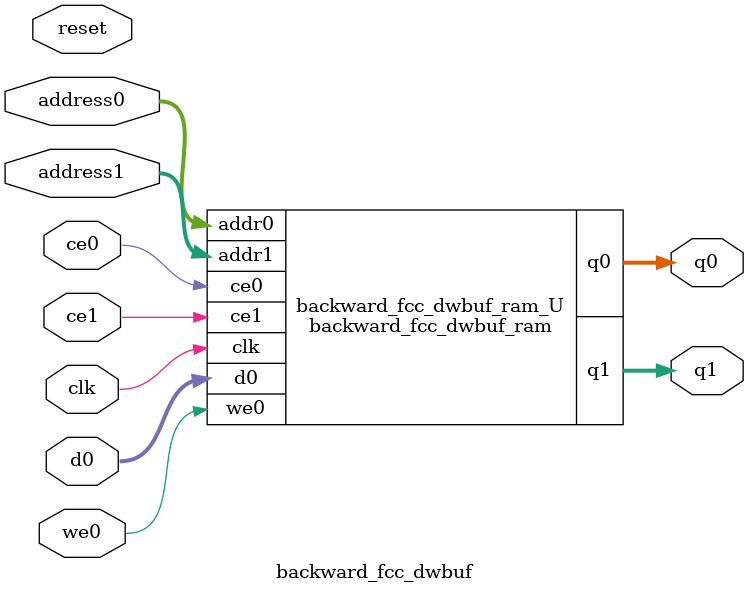
<source format=v>
`timescale 1 ns / 1 ps
module backward_fcc_dwbuf_ram (addr0, ce0, d0, we0, q0, addr1, ce1, q1,  clk);

parameter DWIDTH = 32;
parameter AWIDTH = 14;
parameter MEM_SIZE = 10000;

input[AWIDTH-1:0] addr0;
input ce0;
input[DWIDTH-1:0] d0;
input we0;
output reg[DWIDTH-1:0] q0;
input[AWIDTH-1:0] addr1;
input ce1;
output reg[DWIDTH-1:0] q1;
input clk;

reg [DWIDTH-1:0] ram[0:MEM_SIZE-1];




always @(posedge clk)  
begin 
    if (ce0) begin
        if (we0) 
            ram[addr0] <= d0; 
        q0 <= ram[addr0];
    end
end


always @(posedge clk)  
begin 
    if (ce1) begin
        q1 <= ram[addr1];
    end
end


endmodule

`timescale 1 ns / 1 ps
module backward_fcc_dwbuf(
    reset,
    clk,
    address0,
    ce0,
    we0,
    d0,
    q0,
    address1,
    ce1,
    q1);

parameter DataWidth = 32'd32;
parameter AddressRange = 32'd10000;
parameter AddressWidth = 32'd14;
input reset;
input clk;
input[AddressWidth - 1:0] address0;
input ce0;
input we0;
input[DataWidth - 1:0] d0;
output[DataWidth - 1:0] q0;
input[AddressWidth - 1:0] address1;
input ce1;
output[DataWidth - 1:0] q1;



backward_fcc_dwbuf_ram backward_fcc_dwbuf_ram_U(
    .clk( clk ),
    .addr0( address0 ),
    .ce0( ce0 ),
    .we0( we0 ),
    .d0( d0 ),
    .q0( q0 ),
    .addr1( address1 ),
    .ce1( ce1 ),
    .q1( q1 ));

endmodule


</source>
